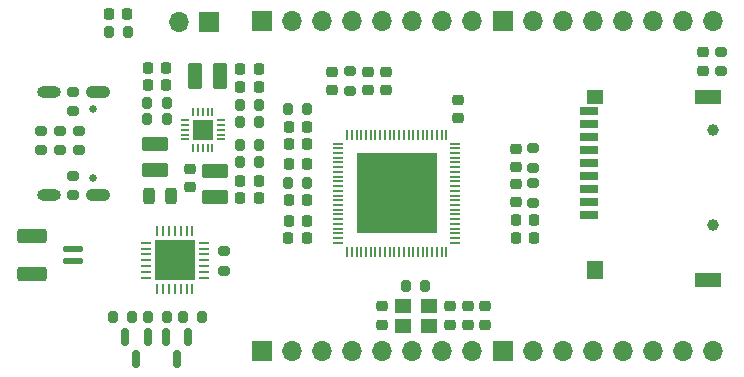
<source format=gbr>
%TF.GenerationSoftware,KiCad,Pcbnew,7.0.2*%
%TF.CreationDate,2023-05-11T00:09:11+08:00*%
%TF.ProjectId,LinuxDK,4c696e75-7844-44b2-9e6b-696361645f70,rev?*%
%TF.SameCoordinates,Original*%
%TF.FileFunction,Soldermask,Bot*%
%TF.FilePolarity,Negative*%
%FSLAX46Y46*%
G04 Gerber Fmt 4.6, Leading zero omitted, Abs format (unit mm)*
G04 Created by KiCad (PCBNEW 7.0.2) date 2023-05-11 00:09:11*
%MOMM*%
%LPD*%
G01*
G04 APERTURE LIST*
G04 Aperture macros list*
%AMRoundRect*
0 Rectangle with rounded corners*
0 $1 Rounding radius*
0 $2 $3 $4 $5 $6 $7 $8 $9 X,Y pos of 4 corners*
0 Add a 4 corners polygon primitive as box body*
4,1,4,$2,$3,$4,$5,$6,$7,$8,$9,$2,$3,0*
0 Add four circle primitives for the rounded corners*
1,1,$1+$1,$2,$3*
1,1,$1+$1,$4,$5*
1,1,$1+$1,$6,$7*
1,1,$1+$1,$8,$9*
0 Add four rect primitives between the rounded corners*
20,1,$1+$1,$2,$3,$4,$5,0*
20,1,$1+$1,$4,$5,$6,$7,0*
20,1,$1+$1,$6,$7,$8,$9,0*
20,1,$1+$1,$8,$9,$2,$3,0*%
G04 Aperture macros list end*
%ADD10C,1.000000*%
%ADD11R,1.600000X0.700000*%
%ADD12R,1.400000X1.200000*%
%ADD13R,1.400000X1.600000*%
%ADD14R,2.200000X1.200000*%
%ADD15R,1.700000X1.700000*%
%ADD16O,1.700000X1.700000*%
%ADD17C,0.650000*%
%ADD18O,2.100000X1.050000*%
%ADD19O,2.000000X1.000000*%
%ADD20RoundRect,0.200000X0.275000X-0.200000X0.275000X0.200000X-0.275000X0.200000X-0.275000X-0.200000X0*%
%ADD21RoundRect,0.225000X-0.225000X-0.250000X0.225000X-0.250000X0.225000X0.250000X-0.225000X0.250000X0*%
%ADD22RoundRect,0.225000X0.250000X-0.225000X0.250000X0.225000X-0.250000X0.225000X-0.250000X-0.225000X0*%
%ADD23RoundRect,0.200000X-0.200000X-0.275000X0.200000X-0.275000X0.200000X0.275000X-0.200000X0.275000X0*%
%ADD24RoundRect,0.150000X-0.150000X0.587500X-0.150000X-0.587500X0.150000X-0.587500X0.150000X0.587500X0*%
%ADD25RoundRect,0.200000X0.200000X0.275000X-0.200000X0.275000X-0.200000X-0.275000X0.200000X-0.275000X0*%
%ADD26RoundRect,0.218750X0.256250X-0.218750X0.256250X0.218750X-0.256250X0.218750X-0.256250X-0.218750X0*%
%ADD27RoundRect,0.225000X-0.250000X0.225000X-0.250000X-0.225000X0.250000X-0.225000X0.250000X0.225000X0*%
%ADD28R,0.800000X0.200000*%
%ADD29R,0.200000X0.800000*%
%ADD30R,1.750000X1.750000*%
%ADD31RoundRect,0.200000X-0.275000X0.200000X-0.275000X-0.200000X0.275000X-0.200000X0.275000X0.200000X0*%
%ADD32RoundRect,0.100000X-0.750000X0.150000X-0.750000X-0.150000X0.750000X-0.150000X0.750000X0.150000X0*%
%ADD33RoundRect,0.200000X-1.050000X0.400000X-1.050000X-0.400000X1.050000X-0.400000X1.050000X0.400000X0*%
%ADD34RoundRect,0.250000X-0.850000X0.375000X-0.850000X-0.375000X0.850000X-0.375000X0.850000X0.375000X0*%
%ADD35R,0.200000X0.850000*%
%ADD36R,0.850000X0.200000*%
%ADD37R,6.840000X6.840000*%
%ADD38RoundRect,0.250000X0.850000X-0.375000X0.850000X0.375000X-0.850000X0.375000X-0.850000X-0.375000X0*%
%ADD39RoundRect,0.062500X-0.062500X0.337500X-0.062500X-0.337500X0.062500X-0.337500X0.062500X0.337500X0*%
%ADD40RoundRect,0.062500X-0.337500X0.062500X-0.337500X-0.062500X0.337500X-0.062500X0.337500X0.062500X0*%
%ADD41R,3.350000X3.350000*%
%ADD42RoundRect,0.243750X0.243750X0.456250X-0.243750X0.456250X-0.243750X-0.456250X0.243750X-0.456250X0*%
%ADD43RoundRect,0.225000X0.225000X0.250000X-0.225000X0.250000X-0.225000X-0.250000X0.225000X-0.250000X0*%
%ADD44RoundRect,0.250000X0.375000X0.850000X-0.375000X0.850000X-0.375000X-0.850000X0.375000X-0.850000X0*%
G04 APERTURE END LIST*
D10*
%TO.C,J5*%
X166751000Y-91313000D03*
X166751000Y-99313000D03*
D11*
X156251000Y-98513000D03*
X156251000Y-97413000D03*
X156251000Y-96313000D03*
X156251000Y-95213000D03*
X156251000Y-94113000D03*
X156251000Y-93013000D03*
X156251000Y-91913000D03*
X156251000Y-90813000D03*
X156251000Y-89713000D03*
D12*
X156751000Y-88513000D03*
D13*
X156751000Y-103113000D03*
D14*
X166351000Y-88513000D03*
X166351000Y-104013000D03*
%TD*%
D15*
%TO.C,J7*%
X124084000Y-82169000D03*
D16*
X121544000Y-82169000D03*
%TD*%
D15*
%TO.C,J9*%
X148971000Y-82042000D03*
D16*
X151511000Y-82042000D03*
X154051000Y-82042000D03*
X156591000Y-82042000D03*
X159131000Y-82042000D03*
X161671000Y-82042000D03*
X164211000Y-82042000D03*
X166751000Y-82042000D03*
%TD*%
D17*
%TO.C,J4*%
X114202000Y-89554500D03*
X114202000Y-95334500D03*
D18*
X114702000Y-88124500D03*
D19*
X110522000Y-88124500D03*
X110522000Y-96764500D03*
D18*
X114702000Y-96764500D03*
%TD*%
D15*
%TO.C,J8*%
X128524000Y-82042000D03*
D16*
X131064000Y-82042000D03*
X133604000Y-82042000D03*
X136144000Y-82042000D03*
X138684000Y-82042000D03*
X141224000Y-82042000D03*
X143764000Y-82042000D03*
X146304000Y-82042000D03*
%TD*%
D15*
%TO.C,J11*%
X148971000Y-109982000D03*
D16*
X151511000Y-109982000D03*
X154051000Y-109982000D03*
X156591000Y-109982000D03*
X159131000Y-109982000D03*
X161671000Y-109982000D03*
X164211000Y-109982000D03*
X166751000Y-109982000D03*
%TD*%
D15*
%TO.C,J10*%
X128524000Y-109982000D03*
D16*
X131064000Y-109982000D03*
X133604000Y-109982000D03*
X136144000Y-109982000D03*
X138684000Y-109982000D03*
X141224000Y-109982000D03*
X143764000Y-109982000D03*
X146304000Y-109982000D03*
%TD*%
D20*
%TO.C,R8*%
X112572800Y-89725000D03*
X112572800Y-88075000D03*
%TD*%
D21*
%TO.C,C10*%
X126723000Y-87654000D03*
X128273000Y-87654000D03*
%TD*%
D22*
%TO.C,C27*%
X150050100Y-94450200D03*
X150050100Y-92900200D03*
%TD*%
D21*
%TO.C,C4*%
X118873000Y-86034800D03*
X120423000Y-86034800D03*
%TD*%
D23*
%TO.C,R17*%
X126673000Y-89159000D03*
X128323000Y-89159000D03*
%TD*%
D24*
%TO.C,Q1*%
X116972000Y-108839000D03*
X118872000Y-108839000D03*
X117922000Y-110714000D03*
%TD*%
D23*
%TO.C,R2*%
X115557800Y-82981800D03*
X117207800Y-82981800D03*
%TD*%
D20*
%TO.C,R33*%
X125349000Y-103227000D03*
X125349000Y-101577000D03*
%TD*%
D25*
%TO.C,R13*%
X120473000Y-88981200D03*
X118823000Y-88981200D03*
%TD*%
%TO.C,R22*%
X128309000Y-94011800D03*
X126659000Y-94011800D03*
%TD*%
D23*
%TO.C,R4*%
X118861800Y-107109500D03*
X120511800Y-107109500D03*
%TD*%
D26*
%TO.C,D3*%
X165912800Y-86283900D03*
X165912800Y-84708900D03*
%TD*%
D21*
%TO.C,C17*%
X130797000Y-92510000D03*
X132347000Y-92510000D03*
%TD*%
D24*
%TO.C,Q2*%
X120411200Y-108836700D03*
X122311200Y-108836700D03*
X121361200Y-110711700D03*
%TD*%
D23*
%TO.C,R1*%
X140720000Y-104516000D03*
X142370000Y-104516000D03*
%TD*%
D27*
%TO.C,C34*%
X134493000Y-86379000D03*
X134493000Y-87929000D03*
%TD*%
D20*
%TO.C,R11*%
X109829600Y-93027000D03*
X109829600Y-91377000D03*
%TD*%
D28*
%TO.C,IC2*%
X125047000Y-90494000D03*
X125047000Y-90894000D03*
X125047000Y-91294000D03*
X125047000Y-91694000D03*
X125047000Y-92094000D03*
D29*
X124347000Y-92794000D03*
X123947000Y-92794000D03*
X123547000Y-92794000D03*
X123147000Y-92794000D03*
X122747000Y-92794000D03*
D28*
X122047000Y-92094000D03*
X122047000Y-91694000D03*
X122047000Y-91294000D03*
X122047000Y-90894000D03*
X122047000Y-90494000D03*
D29*
X122747000Y-89794000D03*
X123147000Y-89794000D03*
X123547000Y-89794000D03*
X123947000Y-89794000D03*
X124347000Y-89794000D03*
D30*
X123547000Y-91294000D03*
%TD*%
D31*
%TO.C,R27*%
X151497900Y-92850200D03*
X151497900Y-94500200D03*
%TD*%
D27*
%TO.C,C2*%
X138736400Y-106229000D03*
X138736400Y-107779000D03*
%TD*%
D21*
%TO.C,C11*%
X126709000Y-97028000D03*
X128259000Y-97028000D03*
%TD*%
D22*
%TO.C,C29*%
X145161000Y-90310000D03*
X145161000Y-88760000D03*
%TD*%
D21*
%TO.C,C6*%
X118873000Y-87508000D03*
X120423000Y-87508000D03*
%TD*%
D20*
%TO.C,R10*%
X113030000Y-93027000D03*
X113030000Y-91377000D03*
%TD*%
D27*
%TO.C,C24*%
X145982200Y-106229000D03*
X145982200Y-107779000D03*
%TD*%
D23*
%TO.C,R25*%
X130747000Y-95805600D03*
X132397000Y-95805600D03*
%TD*%
D32*
%TO.C,J12*%
X112517000Y-101354000D03*
X112517000Y-102354000D03*
D33*
X109117000Y-100254000D03*
X109117000Y-103454000D03*
%TD*%
D20*
%TO.C,R7*%
X112572800Y-96837000D03*
X112572800Y-95187000D03*
%TD*%
D22*
%TO.C,C1*%
X144451400Y-107779000D03*
X144451400Y-106229000D03*
%TD*%
%TO.C,C22*%
X139014200Y-87929000D03*
X139014200Y-86379000D03*
%TD*%
D12*
%TO.C,Y1*%
X142688000Y-107867000D03*
X140488000Y-107867000D03*
X140488000Y-106167000D03*
X142688000Y-106167000D03*
%TD*%
D34*
%TO.C,L1*%
X119504000Y-92505000D03*
X119504000Y-94655000D03*
%TD*%
D23*
%TO.C,R26*%
X130747000Y-89538200D03*
X132397000Y-89538200D03*
%TD*%
D21*
%TO.C,C26*%
X150025100Y-100406200D03*
X151575100Y-100406200D03*
%TD*%
D25*
%TO.C,R16*%
X128323000Y-90601800D03*
X126673000Y-90601800D03*
%TD*%
D20*
%TO.C,R9*%
X111455200Y-93027000D03*
X111455200Y-91377000D03*
%TD*%
%TO.C,R34*%
X135966200Y-87979000D03*
X135966200Y-86329000D03*
%TD*%
D35*
%TO.C,IC1*%
X135754000Y-91697000D03*
X136154000Y-91697000D03*
X136554000Y-91697000D03*
X136954000Y-91697000D03*
X137354000Y-91697000D03*
X137754000Y-91697000D03*
X138154000Y-91697000D03*
X138554000Y-91697000D03*
X138954000Y-91697000D03*
X139354000Y-91697000D03*
X139754000Y-91697000D03*
X140154000Y-91697000D03*
X140554000Y-91697000D03*
X140954000Y-91697000D03*
X141354000Y-91697000D03*
X141754000Y-91697000D03*
X142154000Y-91697000D03*
X142554000Y-91697000D03*
X142954000Y-91697000D03*
X143354000Y-91697000D03*
X143754000Y-91697000D03*
X144154000Y-91697000D03*
D36*
X144904000Y-92447000D03*
X144904000Y-92847000D03*
X144904000Y-93247000D03*
X144904000Y-93647000D03*
X144904000Y-94047000D03*
X144904000Y-94447000D03*
X144904000Y-94847000D03*
X144904000Y-95247000D03*
X144904000Y-95647000D03*
X144904000Y-96047000D03*
X144904000Y-96447000D03*
X144904000Y-96847000D03*
X144904000Y-97247000D03*
X144904000Y-97647000D03*
X144904000Y-98047000D03*
X144904000Y-98447000D03*
X144904000Y-98847000D03*
X144904000Y-99247000D03*
X144904000Y-99647000D03*
X144904000Y-100047000D03*
X144904000Y-100447000D03*
X144904000Y-100847000D03*
D35*
X144154000Y-101597000D03*
X143754000Y-101597000D03*
X143354000Y-101597000D03*
X142954000Y-101597000D03*
X142554000Y-101597000D03*
X142154000Y-101597000D03*
X141754000Y-101597000D03*
X141354000Y-101597000D03*
X140954000Y-101597000D03*
X140554000Y-101597000D03*
X140154000Y-101597000D03*
X139754000Y-101597000D03*
X139354000Y-101597000D03*
X138954000Y-101597000D03*
X138554000Y-101597000D03*
X138154000Y-101597000D03*
X137754000Y-101597000D03*
X137354000Y-101597000D03*
X136954000Y-101597000D03*
X136554000Y-101597000D03*
X136154000Y-101597000D03*
X135754000Y-101597000D03*
D36*
X135004000Y-100847000D03*
X135004000Y-100447000D03*
X135004000Y-100047000D03*
X135004000Y-99647000D03*
X135004000Y-99247000D03*
X135004000Y-98847000D03*
X135004000Y-98447000D03*
X135004000Y-98047000D03*
X135004000Y-97647000D03*
X135004000Y-97247000D03*
X135004000Y-96847000D03*
X135004000Y-96447000D03*
X135004000Y-96047000D03*
X135004000Y-95647000D03*
X135004000Y-95247000D03*
X135004000Y-94847000D03*
X135004000Y-94447000D03*
X135004000Y-94047000D03*
X135004000Y-93647000D03*
X135004000Y-93247000D03*
X135004000Y-92847000D03*
X135004000Y-92447000D03*
D37*
X139954000Y-96647000D03*
%TD*%
D23*
%TO.C,R18*%
X126673000Y-92564000D03*
X128323000Y-92564000D03*
%TD*%
D21*
%TO.C,C12*%
X126723000Y-86130000D03*
X128273000Y-86130000D03*
%TD*%
D27*
%TO.C,C23*%
X147430000Y-106229000D03*
X147430000Y-107779000D03*
%TD*%
D21*
%TO.C,C13*%
X126709000Y-95612000D03*
X128259000Y-95612000D03*
%TD*%
D31*
%TO.C,R28*%
X151497900Y-95822000D03*
X151497900Y-97472000D03*
%TD*%
D38*
%TO.C,L3*%
X124563000Y-96941000D03*
X124563000Y-94791000D03*
%TD*%
D39*
%TO.C,U3*%
X119658000Y-99889000D03*
X120158000Y-99889000D03*
X120658000Y-99889000D03*
X121158000Y-99889000D03*
X121658000Y-99889000D03*
X122158000Y-99889000D03*
X122658000Y-99889000D03*
D40*
X123608000Y-100839000D03*
X123608000Y-101339000D03*
X123608000Y-101839000D03*
X123608000Y-102339000D03*
X123608000Y-102839000D03*
X123608000Y-103339000D03*
X123608000Y-103839000D03*
D39*
X122658000Y-104789000D03*
X122158000Y-104789000D03*
X121658000Y-104789000D03*
X121158000Y-104789000D03*
X120658000Y-104789000D03*
X120158000Y-104789000D03*
X119658000Y-104789000D03*
D40*
X118708000Y-103839000D03*
X118708000Y-103339000D03*
X118708000Y-102839000D03*
X118708000Y-102339000D03*
X118708000Y-101839000D03*
X118708000Y-101339000D03*
X118708000Y-100839000D03*
D41*
X121158000Y-102339000D03*
%TD*%
D25*
%TO.C,R3*%
X117565400Y-107109500D03*
X115915400Y-107109500D03*
%TD*%
D22*
%TO.C,C28*%
X150050100Y-97422000D03*
X150050100Y-95872000D03*
%TD*%
D23*
%TO.C,R14*%
X118823000Y-90405000D03*
X120473000Y-90405000D03*
%TD*%
D21*
%TO.C,C16*%
X130797000Y-94157800D03*
X132347000Y-94157800D03*
%TD*%
%TO.C,C25*%
X150025100Y-98933000D03*
X151575100Y-98933000D03*
%TD*%
D42*
%TO.C,F1*%
X120825500Y-96901000D03*
X118950500Y-96901000D03*
%TD*%
D43*
%TO.C,C15*%
X132347000Y-97253400D03*
X130797000Y-97253400D03*
%TD*%
D27*
%TO.C,C9*%
X122428000Y-94602000D03*
X122428000Y-96152000D03*
%TD*%
D43*
%TO.C,C3*%
X117132400Y-81483200D03*
X115582400Y-81483200D03*
%TD*%
D20*
%TO.C,R12*%
X167380500Y-86321400D03*
X167380500Y-84671400D03*
%TD*%
D22*
%TO.C,C21*%
X137541000Y-87929000D03*
X137541000Y-86379000D03*
%TD*%
D43*
%TO.C,C19*%
X130784600Y-100457000D03*
X132334600Y-100457000D03*
%TD*%
D21*
%TO.C,C18*%
X130797000Y-91011400D03*
X132347000Y-91011400D03*
%TD*%
D43*
%TO.C,C20*%
X130797000Y-99034600D03*
X132347000Y-99034600D03*
%TD*%
D44*
%TO.C,L2*%
X125003000Y-86722000D03*
X122853000Y-86722000D03*
%TD*%
D23*
%TO.C,R5*%
X121833600Y-107109500D03*
X123483600Y-107109500D03*
%TD*%
M02*

</source>
